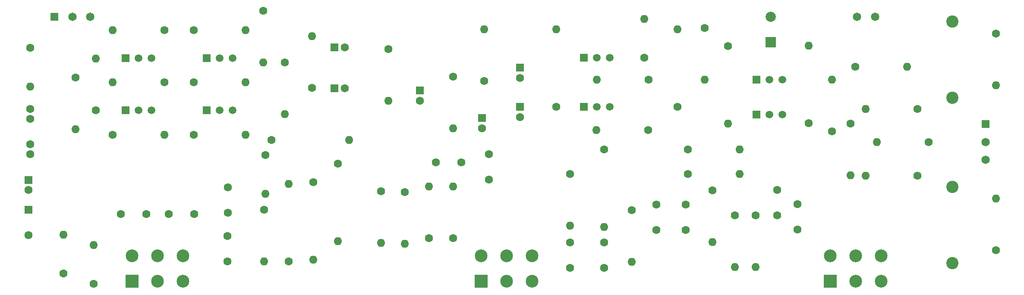
<source format=gbr>
%TF.GenerationSoftware,KiCad,Pcbnew,(6.0.7-1)-1*%
%TF.CreationDate,2023-01-17T23:08:22-05:00*%
%TF.ProjectId,2225_PE01,32323235-5f50-4453-9031-2e6b69636164,rev?*%
%TF.SameCoordinates,Original*%
%TF.FileFunction,Soldermask,Top*%
%TF.FilePolarity,Negative*%
%FSLAX46Y46*%
G04 Gerber Fmt 4.6, Leading zero omitted, Abs format (unit mm)*
G04 Created by KiCad (PCBNEW (6.0.7-1)-1) date 2023-01-17 23:08:22*
%MOMM*%
%LPD*%
G01*
G04 APERTURE LIST*
%ADD10R,1.650000X1.650000*%
%ADD11C,1.650000*%
%ADD12C,1.600000*%
%ADD13O,1.600000X1.600000*%
%ADD14R,1.500000X1.500000*%
%ADD15C,1.500000*%
%ADD16R,1.600000X1.600000*%
%ADD17R,2.500000X2.500000*%
%ADD18C,2.500000*%
%ADD19C,2.400000*%
%ADD20R,2.000000X2.000000*%
%ADD21C,2.000000*%
G04 APERTURE END LIST*
D10*
%TO.C,J1*%
X194000000Y-26121000D03*
D11*
X194000000Y-29621000D03*
X194000000Y-33121000D03*
%TD*%
D12*
%TO.C,RE29*%
X84800000Y-48500000D03*
D13*
X84800000Y-38340000D03*
%TD*%
D12*
%TO.C,RE39*%
X61800000Y-19000000D03*
D13*
X61800000Y-8840000D03*
%TD*%
D12*
%TO.C,RE10*%
X126984500Y-13000000D03*
D13*
X126984500Y-5380000D03*
%TD*%
D12*
%TO.C,CE8*%
X153134500Y-44071000D03*
X153134500Y-39071000D03*
%TD*%
%TO.C,CE9*%
X129384500Y-46900000D03*
X129384500Y-41900000D03*
%TD*%
D14*
%TO.C,HE3*%
X115144500Y-22700000D03*
D15*
X117684500Y-22700000D03*
X120224500Y-22700000D03*
%TD*%
D16*
%TO.C,CE19*%
X66244888Y-19021000D03*
D12*
X68244888Y-19021000D03*
%TD*%
D14*
%TO.C,HE4*%
X115144500Y-13000000D03*
D15*
X117684500Y-13000000D03*
X120224500Y-13000000D03*
%TD*%
D11*
%TO.C,J3*%
X168784500Y-5000000D03*
X172284500Y-5000000D03*
%TD*%
D17*
%TO.C,RE52*%
X95000000Y-56950000D03*
D18*
X100000000Y-56950000D03*
X105000000Y-56950000D03*
X105000000Y-51950000D03*
X100000000Y-51950000D03*
X95000000Y-51950000D03*
%TD*%
D12*
%TO.C,CE13*%
X33700000Y-43800000D03*
X38700000Y-43800000D03*
%TD*%
D14*
%TO.C,HE8*%
X25280000Y-13110000D03*
D15*
X27820000Y-13110000D03*
X30360000Y-13110000D03*
%TD*%
D17*
%TO.C,RE53*%
X26500000Y-56950000D03*
D18*
X31500000Y-56950000D03*
X36500000Y-56950000D03*
X36500000Y-51950000D03*
X31500000Y-51950000D03*
X26500000Y-51950000D03*
%TD*%
D12*
%TO.C,CE16*%
X45284500Y-43500000D03*
X45284500Y-38500000D03*
%TD*%
%TO.C,RE15*%
X109784500Y-22700000D03*
D13*
X109784500Y-7460000D03*
%TD*%
D14*
%TO.C,HE7*%
X25280000Y-23410000D03*
D15*
X27820000Y-23410000D03*
X30360000Y-23410000D03*
%TD*%
D12*
%TO.C,RE8*%
X182780000Y-29600000D03*
D13*
X172620000Y-29600000D03*
%TD*%
D12*
%TO.C,CE17*%
X91100000Y-33650000D03*
X86100000Y-33650000D03*
%TD*%
%TO.C,RE41*%
X38620000Y-28200000D03*
D13*
X48780000Y-28200000D03*
%TD*%
D12*
%TO.C,CE24*%
X6500000Y-32028408D03*
X6500000Y-30028408D03*
%TD*%
%TO.C,CE18*%
X96500000Y-37000000D03*
X96500000Y-32000000D03*
%TD*%
%TO.C,RE34*%
X19000000Y-57510000D03*
D13*
X19000000Y-49890000D03*
%TD*%
D12*
%TO.C,RE19*%
X135604500Y-35921000D03*
D13*
X145764500Y-35921000D03*
%TD*%
D12*
%TO.C,RE16*%
X95584500Y-17600000D03*
D13*
X95584500Y-7440000D03*
%TD*%
D17*
%TO.C,RE51*%
X163500000Y-56950000D03*
D18*
X168500000Y-56950000D03*
X173500000Y-56950000D03*
X173500000Y-51950000D03*
X168500000Y-51950000D03*
X163500000Y-51950000D03*
%TD*%
D12*
%TO.C,CE10*%
X135134500Y-46900000D03*
X135134500Y-41900000D03*
%TD*%
%TO.C,RE27*%
X75400000Y-39320000D03*
D13*
X75400000Y-49480000D03*
%TD*%
D12*
%TO.C,RE50*%
X38620000Y-7600000D03*
D13*
X48780000Y-7600000D03*
%TD*%
D12*
%TO.C,CE12*%
X119184500Y-54400000D03*
X119184500Y-49400000D03*
%TD*%
%TO.C,RE28*%
X80000000Y-39420000D03*
D13*
X80000000Y-49580000D03*
%TD*%
D14*
%TO.C,HE6*%
X41160000Y-13110000D03*
D15*
X43700000Y-13110000D03*
X46240000Y-13110000D03*
%TD*%
D13*
%TO.C,RE54*%
X178580000Y-14800000D03*
D12*
X168420000Y-14800000D03*
%TD*%
%TO.C,CE7*%
X157084500Y-46821000D03*
X157084500Y-41821000D03*
%TD*%
%TO.C,RE7*%
X159284500Y-25891000D03*
D13*
X159284500Y-10651000D03*
%TD*%
D12*
%TO.C,RE23*%
X124534500Y-43000000D03*
D13*
X124534500Y-53160000D03*
%TD*%
D12*
%TO.C,RE13*%
X127814500Y-27271000D03*
D13*
X117654500Y-27271000D03*
%TD*%
D12*
%TO.C,RE14*%
X127864500Y-17321000D03*
D13*
X117704500Y-17321000D03*
%TD*%
D12*
%TO.C,RE3*%
X180614500Y-36200000D03*
D13*
X170454500Y-36200000D03*
%TD*%
D19*
%TO.C,CE2*%
X187500000Y-20921000D03*
X187500000Y-5921000D03*
%TD*%
D14*
%TO.C,HE2*%
X149044500Y-17321000D03*
D15*
X151584500Y-17321000D03*
X154124500Y-17321000D03*
%TD*%
D12*
%TO.C,RE47*%
X22740000Y-28200000D03*
D13*
X32900000Y-28200000D03*
%TD*%
D12*
%TO.C,RE17*%
X89534500Y-16741000D03*
D13*
X89534500Y-26901000D03*
%TD*%
D12*
%TO.C,CE23*%
X6500000Y-25100000D03*
X6500000Y-23100000D03*
%TD*%
%TO.C,RE9*%
X133534500Y-22700000D03*
D13*
X133534500Y-7460000D03*
%TD*%
D12*
%TO.C,RE35*%
X52414287Y-42920000D03*
D13*
X52414287Y-53080000D03*
%TD*%
D16*
%TO.C,CE3*%
X102600000Y-22700000D03*
D12*
X102600000Y-24700000D03*
%TD*%
D20*
%TO.C,CE25*%
X151834500Y-9971000D03*
D21*
X151834500Y-4971000D03*
%TD*%
D12*
%TO.C,RE40*%
X52300000Y-3840000D03*
D13*
X52300000Y-14000000D03*
%TD*%
D12*
%TO.C,CE15*%
X45234500Y-53100000D03*
X45234500Y-48100000D03*
%TD*%
%TO.C,RE18*%
X76784500Y-11341000D03*
D13*
X76784500Y-21501000D03*
%TD*%
D12*
%TO.C,RE49*%
X6500000Y-11090000D03*
D13*
X6500000Y-18710000D03*
%TD*%
D12*
%TO.C,RE44*%
X32900000Y-7600000D03*
D13*
X22740000Y-7600000D03*
%TD*%
D12*
%TO.C,RE1*%
X196000000Y-50901000D03*
D13*
X196000000Y-40741000D03*
%TD*%
D12*
%TO.C,RE21*%
X144784500Y-44041000D03*
D13*
X144784500Y-54201000D03*
%TD*%
D12*
%TO.C,RE43*%
X32900000Y-17900000D03*
D13*
X22740000Y-17900000D03*
%TD*%
D16*
%TO.C,CE22*%
X6200000Y-37046591D03*
D12*
X6200000Y-39046591D03*
%TD*%
%TO.C,RE32*%
X53880000Y-29221000D03*
D13*
X69120000Y-29221000D03*
%TD*%
D12*
%TO.C,RE22*%
X148884500Y-44041000D03*
D13*
X148884500Y-54201000D03*
%TD*%
D16*
%TO.C,CE4*%
X102600000Y-15000000D03*
D12*
X102600000Y-17000000D03*
%TD*%
%TO.C,RE30*%
X89500000Y-48500000D03*
D13*
X89500000Y-38340000D03*
%TD*%
D10*
%TO.C,J2*%
X11300000Y-5000000D03*
D11*
X14800000Y-5000000D03*
X18300000Y-5000000D03*
%TD*%
D12*
%TO.C,RE2*%
X196000000Y-8341000D03*
D13*
X196000000Y-18501000D03*
%TD*%
D12*
%TO.C,RE48*%
X38620000Y-17900000D03*
D13*
X48780000Y-17900000D03*
%TD*%
D12*
%TO.C,RE12*%
X138834500Y-7241000D03*
D13*
X138834500Y-17401000D03*
%TD*%
D12*
%TO.C,RE26*%
X119184500Y-31100000D03*
D13*
X119184500Y-46340000D03*
%TD*%
D12*
%TO.C,RE6*%
X163884500Y-27481000D03*
D13*
X163884500Y-17321000D03*
%TD*%
D16*
%TO.C,CE5*%
X95184500Y-24915888D03*
D12*
X95184500Y-26915888D03*
%TD*%
%TO.C,RE11*%
X143484500Y-10780000D03*
D13*
X143484500Y-26020000D03*
%TD*%
D12*
%TO.C,RE24*%
X140434500Y-39091000D03*
D13*
X140434500Y-49251000D03*
%TD*%
D12*
%TO.C,RE4*%
X180614500Y-23100000D03*
D13*
X170454500Y-23100000D03*
%TD*%
D12*
%TO.C,RE37*%
X57242858Y-53050000D03*
D13*
X57242858Y-37810000D03*
%TD*%
D12*
%TO.C,RE38*%
X62071429Y-37520000D03*
D13*
X62071429Y-52760000D03*
%TD*%
D16*
%TO.C,CE21*%
X6200000Y-42900000D03*
D12*
X6200000Y-47900000D03*
%TD*%
%TO.C,RE31*%
X66900000Y-33900000D03*
D13*
X66900000Y-49140000D03*
%TD*%
D12*
%TO.C,RE20*%
X135604500Y-31100000D03*
D13*
X145764500Y-31100000D03*
%TD*%
D14*
%TO.C,HE5*%
X41160000Y-23410000D03*
D15*
X43700000Y-23410000D03*
X46240000Y-23410000D03*
%TD*%
D12*
%TO.C,RE36*%
X52684500Y-32161000D03*
D13*
X52684500Y-39781000D03*
%TD*%
D12*
%TO.C,RE5*%
X167534500Y-26020000D03*
D13*
X167534500Y-36180000D03*
%TD*%
D19*
%TO.C,CE1*%
X187500000Y-38400000D03*
X187500000Y-53400000D03*
%TD*%
D12*
%TO.C,CE11*%
X112484500Y-54400000D03*
X112484500Y-49400000D03*
%TD*%
%TO.C,RE46*%
X15400000Y-16900000D03*
D13*
X15400000Y-27060000D03*
%TD*%
D12*
%TO.C,RE33*%
X13100000Y-55500000D03*
D13*
X13100000Y-47880000D03*
%TD*%
D16*
%TO.C,CE20*%
X66244888Y-11000000D03*
D12*
X68244888Y-11000000D03*
%TD*%
%TO.C,RE25*%
X112484500Y-35920000D03*
D13*
X112484500Y-46080000D03*
%TD*%
%TO.C,RE45*%
X19400000Y-13220000D03*
D12*
X19400000Y-23380000D03*
%TD*%
%TO.C,RE42*%
X56500000Y-14000000D03*
D13*
X56500000Y-24160000D03*
%TD*%
D14*
%TO.C,HE1*%
X149044500Y-24200000D03*
D15*
X151584500Y-24200000D03*
X154124500Y-24200000D03*
%TD*%
D16*
%TO.C,CE6*%
X83034500Y-19500000D03*
D12*
X83034500Y-21500000D03*
%TD*%
%TO.C,CE14*%
X24300000Y-43800000D03*
X29300000Y-43800000D03*
%TD*%
M02*

</source>
